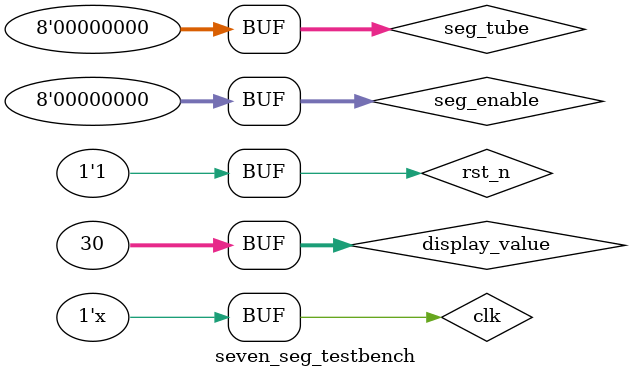
<source format=v>
module seven_seg_testbench ();
    reg clk = 0, rst_n = 1;
    wire [7:0] seg_tube = 0, seg_enable = 0;
    reg [31:0] display_value = 0;

    seven_seg_unit seven_seg_unit(
        .clk(clk), .rst_n(rst_n),                               // note this is a clock for tube 1ms refresh
        .display_value(display_value),    // from keypad_unit (value to be displayed)
        .switch_enable(1'b0),                       // from keypad_unit (show binary switch input)
        .input_enable(1'b0),                        // from hazard_unit (whether to display)
        
        .seg_tube(seg_tube),                      // control signal for tube segments
        .seg_enable(seg_enable)                     // control signal for tube positions
    );

    always begin
        #5 clk = ~clk;
    end

    initial begin
        #5 rst_n = 0;
        #5 rst_n = 1;
        #10 display_value = 10;
        #10 display_value = 30;
    end

endmodule
</source>
